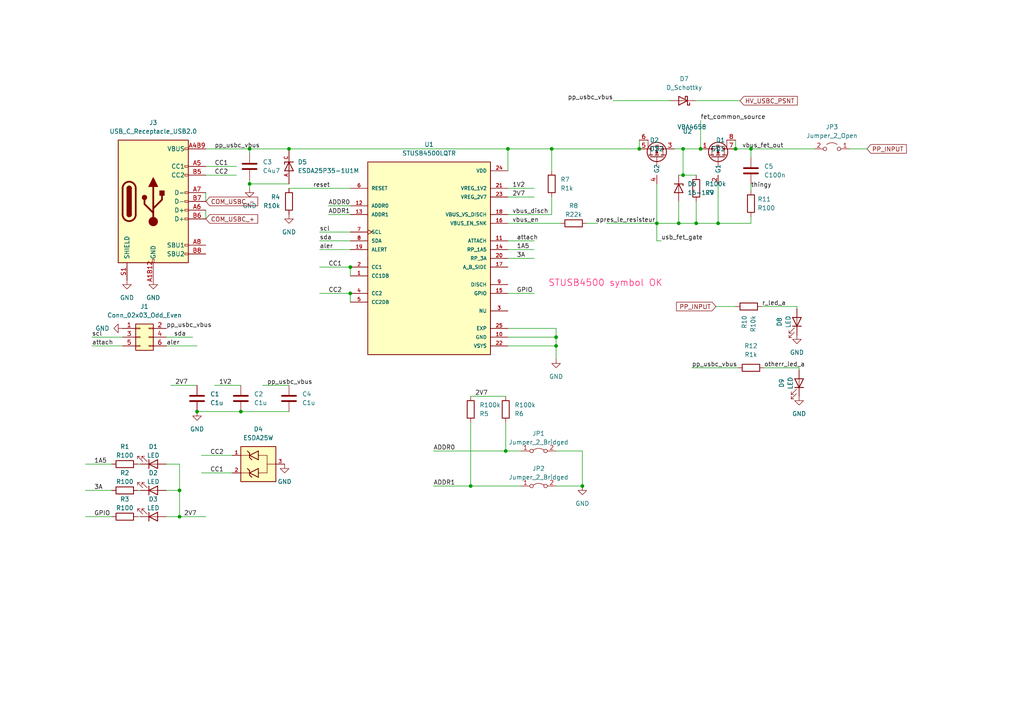
<source format=kicad_sch>
(kicad_sch (version 20231120) (generator "eeschema") (generator_version "8.0")
  (paper "A4")
  (title_block (date "2025-02-17") (rev "1") (comment 1 "Matthew Guo") (comment 2 "matthew@paisleymicro.com") (comment 3 "Matthew Guo") (comment 4 "matthew@paisleymicro.com") (comment 5 "Firefly-4") (comment 6 "PAISLEY-FC-4") (comment 7 "2025") (comment 8 "Firefly Automation Controller for RPi CM4"))
  (lib_symbols
    (symbol "Connector:Screw_Terminal_01x06" (pin_names (offset 1.016) hide)
      (property "Reference" "J" (at 0 7.62 0))
      (property "Value" "Screw_Terminal_01x06" (at 0 -10.16 0))
      (symbol "Screw_Terminal_01x06_1_1"
        (rectangle (start -1.27 6.35) (end 1.27 -8.89) (stroke (width 0.254)) (fill (type background)))
        (circle (center 0 -7.62) (radius 0.635) (stroke (width 0.1524)))
        (circle (center 0 -5.08) (radius 0.635) (stroke (width 0.1524)))
        (circle (center 0 -2.54) (radius 0.635) (stroke (width 0.1524)))
        (polyline (pts (xy -0.5334 -7.2898) (xy 0.3302 -8.128)) (stroke (width 0.1524)))
        (polyline (pts (xy -0.5334 -4.7498) (xy 0.3302 -5.588)) (stroke (width 0.1524)))
        (polyline (pts (xy -0.5334 -2.2098) (xy 0.3302 -3.048)) (stroke (width 0.1524)))
        (polyline (pts (xy -0.5334 0.3302) (xy 0.3302 -0.508)) (stroke (width 0.1524)))
        (polyline (pts (xy -0.5334 2.8702) (xy 0.3302 2.032)) (stroke (width 0.1524)))
        (polyline (pts (xy -0.5334 5.4102) (xy 0.3302 4.572)) (stroke (width 0.1524)))
        (polyline (pts (xy -0.3556 -7.112) (xy 0.508 -7.9502)) (stroke (width 0.1524)))
        (polyline (pts (xy -0.3556 -4.572) (xy 0.508 -5.4102)) (stroke (width 0.1524)))
        (polyline (pts (xy -0.3556 -2.032) (xy 0.508 -2.8702)) (stroke (width 0.1524)))
        (polyline (pts (xy -0.3556 0.508) (xy 0.508 -0.3302)) (stroke (width 0.1524)))
        (polyline (pts (xy -0.3556 3.048) (xy 0.508 2.2098)) (stroke (width 0.1524)))
        (polyline (pts (xy -0.3556 5.588) (xy 0.508 4.7498)) (stroke (width 0.1524)))
        (circle (center 0 0) (radius 0.635) (stroke (width 0.1524)))
        (circle (center 0 2.54) (radius 0.635) (stroke (width 0.1524)))
        (circle (center 0 5.08) (radius 0.635) (stroke (width 0.1524)))
        (pin passive line (at -5.08 5.08 0) (length 3.81) (name "Pin_1") (number "1"))
        (pin passive line (at -5.08 2.54 0) (length 3.81) (name "Pin_2") (number "2"))
        (pin passive line (at -5.08 0 0) (length 3.81) (name "Pin_3") (number "3"))
        (pin passive line (at -5.08 -2.54 0) (length 3.81) (name "Pin_4") (number "4"))
        (pin passive line (at -5.08 -5.08 0) (length 3.81) (name "Pin_5") (number "5"))
        (pin passive line (at -5.08 -7.62 0) (length 3.81) (name "Pin_6") (number "6"))
      )
    )
    (symbol "Connector:USB_C_Receptacle_USB2.0" (pin_names (offset 1.016))
      (property "Reference" "J6" (at 0 22.86 0))
      (property "Value" "USB_C_Receptacle_USB2.0" (at 0 20.32 0))
      (symbol "USB_C_Receptacle_USB2.0_0_0"
        (rectangle (start -0.254 -17.78) (end 0.254 -16.764))
        (rectangle (start 10.16 -14.986) (end 9.144 -15.494))
        (rectangle (start 10.16 -12.446) (end 9.144 -12.954))
        (rectangle (start 10.16 -4.826) (end 9.144 -5.334))
        (rectangle (start 10.16 -2.286) (end 9.144 -2.794))
        (rectangle (start 10.16 0.254) (end 9.144 -0.254))
        (rectangle (start 10.16 2.794) (end 9.144 2.286))
        (rectangle (start 10.16 7.874) (end 9.144 7.366))
        (rectangle (start 10.16 10.414) (end 9.144 9.906))
        (rectangle (start 10.16 15.494) (end 9.144 14.986))
      )
      (symbol "USB_C_Receptacle_USB2.0_0_1"
        (rectangle (start -10.16 17.78) (end 10.16 -17.78) (stroke (width 0.254)) (fill (type background)))
        (arc (start -8.89 -3.81) (mid -6.985 -5.7067) (end -5.08 -3.81) (stroke (width 0.508)))
        (arc (start -7.62 -3.81) (mid -6.985 -4.4423) (end -6.35 -3.81) (stroke (width 0.254)))
        (arc (start -7.62 -3.81) (mid -6.985 -4.4423) (end -6.35 -3.81) (stroke (width 0.254)) (fill (type outline)))
        (rectangle (start -7.62 -3.81) (end -6.35 3.81) (stroke (width 0.254)) (fill (type outline)))
        (arc (start -6.35 3.81) (mid -6.985 4.4423) (end -7.62 3.81) (stroke (width 0.254)))
        (arc (start -6.35 3.81) (mid -6.985 4.4423) (end -7.62 3.81) (stroke (width 0.254)) (fill (type outline)))
        (arc (start -5.08 3.81) (mid -6.985 5.7067) (end -8.89 3.81) (stroke (width 0.508)))
        (circle (center -2.54 1.143) (radius 0.635) (stroke (width 0.254)) (fill (type outline)))
        (circle (center 0 -5.842) (radius 1.27) (fill (type outline)))
        (polyline (pts (xy -8.89 -3.81) (xy -8.89 3.81)) (stroke (width 0.508)))
        (polyline (pts (xy -5.08 3.81) (xy -5.08 -3.81)) (stroke (width 0.508)))
        (polyline (pts (xy 0 -5.842) (xy 0 4.318)) (stroke (width 0.508)))
        (polyline (pts (xy 0 -3.302) (xy -2.54 -0.762) (xy -2.54 0.508)) (stroke (width 0.508)))
        (polyline (pts (xy 0 -2.032) (xy 2.54 0.508) (xy 2.54 1.778)) (stroke (width 0.508)))
        (polyline (pts (xy -1.27 4.318) (xy 0 6.858) (xy 1.27 4.318) (xy -1.27 4.318)) (stroke (width 0.254)) (fill (type outline)))
        (rectangle (start 1.905 1.778) (end 3.175 3.048) (stroke (width 0.254)) (fill (type outline)))
      )
      (symbol "USB_C_Receptacle_USB2.0_1_1"
        (pin passive line (at 0 -22.86 90) (length 5.08) hide (name "GND") (number "A12B1"))
        (pin passive line (at 0 -22.86 90) (length 5.08) (name "GND") (number "A1B12"))
        (pin passive line (at 15.24 15.24 180) (length 5.08) (name "VBUS") (number "A4B9"))
        (pin bidirectional line (at 15.24 10.16 180) (length 5.08) (name "CC1") (number "A5"))
        (pin bidirectional line (at 15.24 -2.54 180) (length 5.08) (name "D+") (number "A6"))
        (pin bidirectional line (at 15.24 2.54 180) (length 5.08) (name "D-") (number "A7"))
        (pin bidirectional line (at 15.24 -12.7 180) (length 5.08) (name "SBU1") (number "A8"))
        (pin passive line (at 15.24 15.24 180) (length 5.08) hide (name "VBUS") (number "A9B4"))
        (pin bidirectional line (at 15.24 7.62 180) (length 5.08) (name "CC2") (number "B5"))
        (pin bidirectional line (at 15.24 -5.08 180) (length 5.08) (name "D+") (number "B6"))
        (pin bidirectional line (at 15.24 0 180) (length 5.08) (name "D-") (number "B7"))
        (pin bidirectional line (at 15.24 -15.24 180) (length 5.08) (name "SBU2") (number "B8"))
        (pin passive line (at -7.62 -22.86 90) (length 5.08) (name "SHIELD") (number "S1"))
      )
    )
    (symbol "Connector_Generic:Conn_02x03_Odd_Even" (pin_names (offset 1.016) hide)
      (property "Reference" "J" (at 1.27 5.08 0))
      (property "Value" "Conn_02x03_Odd_Even" (at 1.27 -5.08 0))
      (symbol "Conn_02x03_Odd_Even_1_1"
        (rectangle (start -1.27 -2.413) (end 0 -2.667) (stroke (width 0.1524)))
        (rectangle (start -1.27 0.127) (end 0 -0.127) (stroke (width 0.1524)))
        (rectangle (start -1.27 2.667) (end 0 2.413) (stroke (width 0.1524)))
        (rectangle (start -1.27 3.81) (end 3.81 -3.81) (stroke (width 0.254)) (fill (type background)))
        (rectangle (start 3.81 -2.413) (end 2.54 -2.667) (stroke (width 0.1524)))
        (rectangle (start 3.81 0.127) (end 2.54 -0.127) (stroke (width 0.1524)))
        (rectangle (start 3.81 2.667) (end 2.54 2.413) (stroke (width 0.1524)))
        (pin passive line (at -5.08 2.54 0) (length 3.81) (name "Pin_1") (number "1"))
        (pin passive line (at 7.62 2.54 180) (length 3.81) (name "Pin_2") (number "2"))
        (pin passive line (at -5.08 0 0) (length 3.81) (name "Pin_3") (number "3"))
        (pin passive line (at 7.62 0 180) (length 3.81) (name "Pin_4") (number "4"))
        (pin passive line (at -5.08 -2.54 0) (length 3.81) (name "Pin_5") (number "5"))
        (pin passive line (at 7.62 -2.54 180) (length 3.81) (name "Pin_6") (number "6"))
      )
    )
    (symbol "Device:C" (pin_numbers hide) (pin_names (offset 0.254))
      (property "Reference" "C" (at 0.635 2.54 0))
      (property "Value" "C" (at 0.635 -2.54 0))
      (symbol "C_0_1"
        (polyline (pts (xy -2.032 -0.762) (xy 2.032 -0.762)) (stroke (width 0.508)))
        (polyline (pts (xy -2.032 0.762) (xy 2.032 0.762)) (stroke (width 0.508)))
      )
      (symbol "C_1_1"
        (pin passive line (at 0 3.81 270) (length 2.794) (name "~") (number "1"))
        (pin passive line (at 0 -3.81 90) (length 2.794) (name "~") (number "2"))
      )
    )
    (symbol "Device:D_Schottky" (pin_numbers hide) (pin_names (offset 1.016) hide)
      (property "Reference" "D" (at 0 2.54 0))
      (property "Value" "D_Schottky" (at 0 -2.54 0))
      (symbol "D_Schottky_0_1"
        (polyline (pts (xy 1.27 0) (xy -1.27 0)))
        (polyline (pts (xy 1.27 1.27) (xy 1.27 -1.27) (xy -1.27 0) (xy 1.27 1.27)) (stroke (width 0.254)))
        (polyline (pts (xy -1.905 0.635) (xy -1.905 1.27) (xy -1.27 1.27) (xy -1.27 -1.27) (xy -0.635 -1.27) (xy -0.635 -0.635)) (stroke (width 0.254)))
      )
      (symbol "D_Schottky_1_1"
        (pin passive line (at -3.81 0 0) (length 2.54) (name "K") (number "1"))
        (pin passive line (at 3.81 0 180) (length 2.54) (name "A") (number "2"))
      )
    )
    (symbol "Device:D_Zener" (pin_numbers hide) (pin_names (offset 1.016) hide)
      (property "Reference" "D" (at 0 2.54 0))
      (property "Value" "D_Zener" (at 0 -2.54 0))
      (symbol "D_Zener_0_1"
        (polyline (pts (xy 1.27 0) (xy -1.27 0)))
        (polyline (pts (xy -1.27 -1.27) (xy -1.27 1.27) (xy -0.762 1.27)) (stroke (width 0.254)))
        (polyline (pts (xy 1.27 -1.27) (xy 1.27 1.27) (xy -1.27 0) (xy 1.27 -1.27)) (stroke (width 0.254)))
      )
      (symbol "D_Zener_1_1"
        (pin passive line (at -3.81 0 0) (length 2.54) (name "K") (number "1"))
        (pin passive line (at 3.81 0 180) (length 2.54) (name "A") (number "2"))
      )
    )
    (symbol "Device:LED" (pin_numbers hide) (pin_names (offset 1.016) hide)
      (property "Reference" "D" (at 0 2.54 0))
      (property "Value" "LED" (at 0 -2.54 0))
      (symbol "LED_0_1"
        (polyline (pts (xy -1.27 -1.27) (xy -1.27 1.27)) (stroke (width 0.254)))
        (polyline (pts (xy -1.27 0) (xy 1.27 0)))
        (polyline (pts (xy 1.27 -1.27) (xy 1.27 1.27) (xy -1.27 0) (xy 1.27 -1.27)) (stroke (width 0.254)))
        (polyline (pts (xy -3.048 -0.762) (xy -4.572 -2.286) (xy -3.81 -2.286) (xy -4.572 -2.286) (xy -4.572 -1.524)))
        (polyline (pts (xy -1.778 -0.762) (xy -3.302 -2.286) (xy -2.54 -2.286) (xy -3.302 -2.286) (xy -3.302 -1.524)))
      )
      (symbol "LED_1_1"
        (pin passive line (at -3.81 0 0) (length 2.54) (name "K") (number "1"))
        (pin passive line (at 3.81 0 180) (length 2.54) (name "A") (number "2"))
      )
    )
    (symbol "Device:R" (pin_numbers hide) (pin_names (offset 0))
      (property "Reference" "R" (at 2.032 0 90))
      (property "Value" "R" (at 0 0 90))
      (symbol "R_0_1"
        (rectangle (start -1.016 -2.54) (end 1.016 2.54) (stroke (width 0.254)))
      )
      (symbol "R_1_1"
        (pin passive line (at 0 3.81 270) (length 1.27) (name "~") (number "1"))
        (pin passive line (at 0 -3.81 90) (length 1.27) (name "~") (number "2"))
      )
    )
    (symbol "Jumper:Jumper_2_Bridged" (pin_names (offset 0) hide)
      (property "Reference" "JP" (at 0 1.905 0))
      (property "Value" "Jumper_2_Bridged" (at 0 -2.54 0))
      (symbol "Jumper_2_Bridged_0_0"
        (circle (center -2.032 0) (radius 0.508))
        (circle (center 2.032 0) (radius 0.508))
      )
      (symbol "Jumper_2_Bridged_0_1"
        (arc (start 1.524 0.254) (mid 0 0.762) (end -1.524 0.254))
      )
      (symbol "Jumper_2_Bridged_1_1"
        (pin passive line (at -5.08 0 0) (length 2.54) (name "A") (number "1"))
        (pin passive line (at 5.08 0 180) (length 2.54) (name "B") (number "2"))
      )
    )
    (symbol "Jumper:Jumper_2_Open" (pin_names (offset 0) hide)
      (property "Reference" "JP" (at 0 2.794 0))
      (property "Value" "Jumper_2_Open" (at 0 -2.286 0))
      (symbol "Jumper_2_Open_0_0"
        (circle (center -2.032 0) (radius 0.508))
        (circle (center 2.032 0) (radius 0.508))
      )
      (symbol "Jumper_2_Open_0_1"
        (arc (start 1.524 1.27) (mid 0 1.778) (end -1.524 1.27))
      )
      (symbol "Jumper_2_Open_1_1"
        (pin passive line (at -5.08 0 0) (length 2.54) (name "A") (number "1"))
        (pin passive line (at 5.08 0 180) (length 2.54) (name "B") (number "2"))
      )
    )
    (symbol "aaafootprintlib:ESDA25P35-1U1M" (pin_names (offset 1.016))
      (property "Reference" "D" (at -5.0835 2.4159 0))
      (property "Value" "ESDA25P35-1U1M" (at -5.0854 -4.9611 0))
      (symbol "ESDA25P35-1U1M_0_0"
        (polyline (pts (xy -1.27 -1.27) (xy -1.27 0)) (stroke (width 0.254)))
        (polyline (pts (xy -1.27 0) (xy -1.27 1.27)) (stroke (width 0.254)))
        (polyline (pts (xy -1.27 0) (xy 1.27 -1.27)) (stroke (width 0.254)))
        (polyline (pts (xy -0.635 -1.27) (xy -1.27 -1.27)) (stroke (width 0.254)))
        (polyline (pts (xy 1.27 -1.27) (xy 1.27 1.27)) (stroke (width 0.254)))
        (polyline (pts (xy 1.27 1.27) (xy -1.27 0)) (stroke (width 0.254)))
        (pin passive line (at 5.08 0 180) (length 5.08) (name "~") (number "A"))
        (pin passive line (at -5.08 0 0) (length 5.08) (name "~") (number "C"))
      )
    )
    (symbol "aaafootprintlib:ESDA25W" (pin_names (offset 1.016))
      (property "Reference" "D" (at -5.08 6.35 0))
      (property "Value" "ESDA25W" (at -5.08 -6.35 0))
      (symbol "ESDA25W_0_0"
        (rectangle (start -5.08 -5.08) (end 5.08 5.08) (stroke (width 0.254)) (fill (type background)))
        (polyline (pts (xy -5.08 -2.54) (xy -2.54 -2.54)) (stroke (width 0.1524)))
        (polyline (pts (xy -5.08 2.54) (xy -2.54 2.54)) (stroke (width 0.1524)))
        (polyline (pts (xy -3.175 -1.27) (xy -2.54 -1.905)) (stroke (width 0.254)))
        (polyline (pts (xy -3.175 3.81) (xy -2.54 3.175)) (stroke (width 0.254)))
        (polyline (pts (xy -2.54 -3.175) (xy -1.905 -3.81)) (stroke (width 0.254)))
        (polyline (pts (xy -2.54 -2.54) (xy -2.54 -3.175)) (stroke (width 0.254)))
        (polyline (pts (xy -2.54 -2.54) (xy 0 -1.27)) (stroke (width 0.254)))
        (polyline (pts (xy -2.54 -1.905) (xy -2.54 -2.54)) (stroke (width 0.254)))
        (polyline (pts (xy -2.54 1.905) (xy -1.905 1.27)) (stroke (width 0.254)))
        (polyline (pts (xy -2.54 2.54) (xy -2.54 1.905)) (stroke (width 0.254)))
        (polyline (pts (xy -2.54 2.54) (xy 0 3.81)) (stroke (width 0.254)))
        (polyline (pts (xy -2.54 3.175) (xy -2.54 2.54)) (stroke (width 0.254)))
        (polyline (pts (xy 0 -3.81) (xy -2.54 -2.54)) (stroke (width 0.254)))
        (polyline (pts (xy 0 -2.54) (xy 0 -3.81)) (stroke (width 0.254)))
        (polyline (pts (xy 0 -1.27) (xy 0 -2.54)) (stroke (width 0.254)))
        (polyline (pts (xy 0 1.27) (xy -2.54 2.54)) (stroke (width 0.254)))
        (polyline (pts (xy 0 2.54) (xy 0 1.27)) (stroke (width 0.254)))
        (polyline (pts (xy 0 3.81) (xy 0 2.54)) (stroke (width 0.254)))
        (polyline (pts (xy 2.54 -2.54) (xy 0 -2.54)) (stroke (width 0.1524)))
        (polyline (pts (xy 2.54 -2.54) (xy 2.54 0)) (stroke (width 0.1524)))
        (polyline (pts (xy 2.54 0) (xy 2.54 2.54)) (stroke (width 0.1524)))
        (polyline (pts (xy 2.54 0) (xy 5.08 0)) (stroke (width 0.1524)))
        (polyline (pts (xy 2.54 2.54) (xy 0 2.54)) (stroke (width 0.1524)))
        (pin passive line (at -7.62 2.54 0) (length 2.54) (name "~") (number "1"))
        (pin passive line (at -7.62 -2.54 0) (length 2.54) (name "~") (number "2"))
        (pin passive line (at 7.62 0 180) (length 2.54) (name "~") (number "3"))
      )
    )
    (symbol "aaafootprintlib:STUSB4500LQTR" (pin_names (offset 1.016))
      (property "Reference" "U" (at -17.78 28.575 0))
      (property "Value" "STUSB4500LQTR" (at -17.78 -30.48 0))
      (symbol "STUSB4500LQTR_0_0"
        (rectangle (start -17.78 -27.94) (end 17.78 27.94) (stroke (width 0.254)) (fill (type background)))
        (pin bidirectional line (at -22.86 -5.08 0) (length 5.08) (name "CC1DB") (number "1"))
        (pin power_in line (at 22.86 -22.86 180) (length 5.08) (name "GND") (number "10"))
        (pin output line (at 22.86 5.08 180) (length 5.08) (name "ATTACH") (number "11"))
        (pin input line (at -22.86 15.24 0) (length 5.08) (name "ADDR0") (number "12"))
        (pin input line (at -22.86 12.7 0) (length 5.08) (name "ADDR1") (number "13"))
        (pin output line (at 22.86 2.54 180) (length 5.08) (name "RP_1A5") (number "14"))
        (pin bidirectional line (at 22.86 -10.16 180) (length 5.08) (name "GPIO") (number "15"))
        (pin output line (at 22.86 10.16 180) (length 5.08) (name "VBUS_EN_SNK") (number "16"))
        (pin output line (at 22.86 -2.54 180) (length 5.08) (name "A_B_SIDE") (number "17"))
        (pin input line (at 22.86 12.7 180) (length 5.08) (name "VBUS_VS_DISCH") (number "18"))
        (pin output line (at -22.86 2.54 0) (length 5.08) (name "ALERT") (number "19"))
        (pin bidirectional line (at -22.86 -2.54 0) (length 5.08) (name "CC1") (number "2"))
        (pin output line (at 22.86 0 180) (length 5.08) (name "RP_3A") (number "20"))
        (pin output line (at 22.86 20.32 180) (length 5.08) (name "VREG_1V2") (number "21"))
        (pin power_in line (at 22.86 -25.4 180) (length 5.08) (name "VSYS") (number "22"))
        (pin output line (at 22.86 17.78 180) (length 5.08) (name "VREG_2V7") (number "23"))
        (pin power_in line (at 22.86 25.4 180) (length 5.08) (name "VDD") (number "24"))
        (pin power_in line (at 22.86 -20.32 180) (length 5.08) (name "EXP") (number "25"))
        (pin passive line (at 22.86 -15.24 180) (length 5.08) (name "NU") (number "3"))
        (pin bidirectional line (at -22.86 -10.16 0) (length 5.08) (name "CC2") (number "4"))
        (pin bidirectional line (at -22.86 -12.7 0) (length 5.08) (name "CC2DB") (number "5"))
        (pin input line (at -22.86 20.32 0) (length 5.08) (name "RESET") (number "6"))
        (pin input clock (at -22.86 7.62 0) (length 5.08) (name "SCL") (number "7"))
        (pin bidirectional line (at -22.86 5.08 0) (length 5.08) (name "SDA") (number "8"))
        (pin bidirectional line (at 22.86 -7.62 180) (length 5.08) (name "DISCH") (number "9"))
      )
    )
    (symbol "aaafootprintlib:VBA4658"
      (property "Reference" "U" (at 0 10.16 0))
      (symbol "VBA4658_0_1"
        (circle (center -9.398 -6.35) (radius 0.254) (fill (type outline)))
        (circle (center -7.62 -7.239) (radius 2.794) (stroke (width 0.254)))
        (circle (center -5.842 -6.35) (radius 0.254) (fill (type outline)))
        (polyline (pts (xy -10.16 -6.35) (xy -9.398 -6.35)))
        (polyline (pts (xy -10.16 -3.81) (xy -10.16 -6.35)))
        (polyline (pts (xy -9.906 -8.128) (xy -8.89 -8.128)) (stroke (width 0.254)))
        (polyline (pts (xy -9.525 -8.636) (xy -5.715 -8.636)) (stroke (width 0.254)))
        (polyline (pts (xy -8.128 -8.128) (xy -7.112 -8.128)) (stroke (width 0.254)))
        (polyline (pts (xy -7.62 -8.636) (xy -7.62 -11.43)))
        (polyline (pts (xy -6.35 -8.128) (xy -5.334 -8.128)) (stroke (width 0.254)))
        (polyline (pts (xy 8.89 -8.128) (xy 7.874 -8.128)) (stroke (width 0.254)))
        (polyline (pts (xy 10.16 -8.636) (xy 10.16 -11.43)))
        (polyline (pts (xy 10.668 -8.128) (xy 9.652 -8.128)) (stroke (width 0.254)))
        (polyline (pts (xy 12.065 -8.636) (xy 8.255 -8.636)) (stroke (width 0.254)))
        (polyline (pts (xy 12.446 -8.128) (xy 11.43 -8.128)) (stroke (width 0.254)))
        (polyline (pts (xy 12.7 -6.35) (xy 11.938 -6.35)))
        (polyline (pts (xy 12.7 -3.81) (xy 12.7 -6.35)))
        (polyline (pts (xy -5.08 -6.35) (xy -7.62 -6.35) (xy -7.62 -8.128)))
        (polyline (pts (xy 7.62 -6.35) (xy 10.16 -6.35) (xy 10.16 -8.128)))
        (polyline (pts (xy -9.398 -8.128) (xy -9.398 -5.588) (xy -5.842 -5.588) (xy -5.842 -8.128)))
        (polyline (pts (xy -7.62 -6.604) (xy -8.001 -7.62) (xy -7.239 -7.62) (xy -7.62 -6.604)) (fill (type outline)))
        (polyline (pts (xy -7.239 -5.588) (xy -7.874 -5.969) (xy -7.874 -5.207) (xy -7.239 -5.588)))
        (polyline (pts (xy -7.112 -6.096) (xy -7.239 -5.969) (xy -7.239 -5.207) (xy -7.366 -5.08)))
        (polyline (pts (xy 9.652 -6.096) (xy 9.779 -5.969) (xy 9.779 -5.207) (xy 9.906 -5.08)))
        (polyline (pts (xy 9.779 -5.588) (xy 10.414 -5.969) (xy 10.414 -5.207) (xy 9.779 -5.588)))
        (polyline (pts (xy 10.16 -6.604) (xy 10.541 -7.62) (xy 9.779 -7.62) (xy 10.16 -6.604)) (fill (type outline)))
        (polyline (pts (xy 11.938 -8.128) (xy 11.938 -5.588) (xy 8.382 -5.588) (xy 8.382 -8.128)))
        (circle (center 8.382 -6.35) (radius 0.254) (fill (type outline)))
        (circle (center 10.16 -7.239) (radius 2.794) (stroke (width 0.254)))
        (circle (center 11.938 -6.35) (radius 0.254) (fill (type outline)))
      )
      (symbol "VBA4658_1_1"
        (pin passive line (at -2.54 -6.35 180) (length 2.54) (name "S1") (number "1"))
        (pin input line (at -7.62 -16.51 90) (length 2.54) (name "G1") (number "2"))
        (pin passive line (at 5.08 -6.35 0) (length 2.54) (name "S2") (number "3"))
        (pin input line (at 10.16 -16.51 90) (length 2.54) (name "G2") (number "4"))
        (pin passive line (at 15.24 -6.35 180) (length 2.54) (name "D2") (number "5"))
        (pin passive line (at 15.24 -3.81 180) (length 2.54) (name "D2") (number "6"))
        (pin passive line (at -12.7 -6.35 0) (length 2.54) (name "D1") (number "7"))
        (pin passive line (at -12.7 -3.81 0) (length 2.54) (name "D1") (number "8"))
      )
    )
    (symbol "power:GND" (power) (pin_names (offset 0))
      (property "Value" "GND" (at 0 -3.81 0))
      (symbol "GND_0_1"
        (polyline (pts (xy 0 0) (xy 0 -1.27) (xy 1.27 -1.27) (xy 0 -2.54) (xy -1.27 -1.27) (xy 0 -1.27)))
      )
      (symbol "GND_1_1"
        (pin power_in line (at 0 0 270) (length 0) hide (name "GND") (number "1"))
      )
    )
  )
  (junction (at 83.82 43.18))
  (junction (at 101.6 85.09))
  (junction (at 57.15 119.38))
  (junction (at 168.91 140.97))
  (junction (at 198.12 43.18))
  (junction (at 201.93 64.77))
  (junction (at 136.525 140.97))
  (junction (at 208.28 64.77))
  (junction (at 69.85 119.38))
  (junction (at 366.395 18.415))
  (junction (at 196.85 64.77))
  (junction (at 160.02 43.18))
  (junction (at 203.2 43.18))
  (junction (at 185.42 43.18))
  (junction (at 161.29 97.79))
  (junction (at 72.39 53.34))
  (junction (at 52.07 142.24))
  (junction (at 213.36 43.18))
  (junction (at 147.32 43.18))
  (junction (at 198.12 50.8))
  (junction (at 190.5 64.77))
  (junction (at 161.29 100.33))
  (junction (at 101.6 77.47))
  (junction (at 146.685 130.81))
  (junction (at 72.39 43.18))
  (junction (at 217.805 43.18))
  (junction (at 52.07 149.86))
  (junction (at 367.665 20.955))
  (wire (pts (xy 147.32 54.61) (xy 154.94 54.61)))
  (wire (pts (xy 92.71 85.09) (xy 101.6 85.09)))
  (wire (pts (xy 48.26 97.79) (xy 55.88 97.79)))
  (wire (pts (xy 185.42 40.64) (xy 185.42 43.18)))
  (wire (pts (xy 160.02 43.18) (xy 185.42 43.18)))
  (wire (pts (xy 125.73 130.81) (xy 146.685 130.81)))
  (wire (pts (xy 147.32 64.77) (xy 162.56 64.77)))
  (wire (pts (xy 201.93 64.77) (xy 208.28 64.77)))
  (wire (pts (xy 95.25 62.23) (xy 101.6 62.23)))
  (wire (pts (xy 40.005 134.62) (xy 40.64 134.62)))
  (wire (pts (xy 213.36 40.64) (xy 213.36 43.18)))
  (wire (pts (xy 200.66 106.68) (xy 213.995 106.68)))
  (wire (pts (xy 190.5 64.77) (xy 196.85 64.77)))
  (wire (pts (xy 195.58 43.18) (xy 198.12 43.18)))
  (wire (pts (xy 367.665 20.32) (xy 367.665 20.955)))
  (wire (pts (xy 147.32 49.53) (xy 147.32 43.18)))
  (wire (pts (xy 26.67 100.33) (xy 35.56 100.33)))
  (wire (pts (xy 52.07 134.62) (xy 48.26 134.62)))
  (wire (pts (xy 76.2 111.76) (xy 83.82 111.76)))
  (wire (pts (xy 196.85 64.77) (xy 201.93 64.77)))
  (wire (pts (xy 198.12 43.18) (xy 203.2 43.18)))
  (wire (pts (xy 72.39 54.61) (xy 72.39 53.34)))
  (wire (pts (xy 221.615 106.68) (xy 231.775 106.68)))
  (wire (pts (xy 72.39 43.18) (xy 72.39 44.45)))
  (wire (pts (xy 203.2 34.925) (xy 203.2 43.18)))
  (wire (pts (xy 146.685 130.81) (xy 151.13 130.81)))
  (wire (pts (xy 92.71 69.85) (xy 101.6 69.85)))
  (wire (pts (xy 147.32 74.93) (xy 154.94 74.93)))
  (wire (pts (xy 366.395 18.415) (xy 366.395 19.05)))
  (wire (pts (xy 83.82 43.18) (xy 147.32 43.18)))
  (wire (pts (xy 147.32 95.25) (xy 161.29 95.25)))
  (wire (pts (xy 125.73 140.97) (xy 136.525 140.97)))
  (wire (pts (xy 217.805 43.18) (xy 236.22 43.18)))
  (wire (pts (xy 59.69 48.26) (xy 68.58 48.26)))
  (wire (pts (xy 208.28 64.77) (xy 217.805 64.77)))
  (wire (pts (xy 101.6 85.09) (xy 101.6 87.63)))
  (wire (pts (xy 147.32 43.18) (xy 160.02 43.18)))
  (wire (pts (xy 136.525 114.935) (xy 146.685 114.935)))
  (wire (pts (xy 40.005 142.24) (xy 40.64 142.24)))
  (wire (pts (xy 147.32 69.85) (xy 154.94 69.85)))
  (wire (pts (xy 161.29 130.81) (xy 168.91 130.81)))
  (wire (pts (xy 59.69 50.8) (xy 68.58 50.8)))
  (wire (pts (xy 57.15 119.38) (xy 69.85 119.38)))
  (wire (pts (xy 147.32 72.39) (xy 154.94 72.39)))
  (wire (pts (xy 147.32 85.09) (xy 154.94 85.09)))
  (wire (pts (xy 69.85 119.38) (xy 83.82 119.38)))
  (wire (pts (xy 48.26 100.33) (xy 57.15 100.33)))
  (wire (pts (xy 58.42 137.16) (xy 67.31 137.16)))
  (wire (pts (xy 59.69 60.96) (xy 59.69 63.5)))
  (wire (pts (xy 175.895 64.77) (xy 190.5 64.77)))
  (wire (pts (xy 147.32 97.79) (xy 161.29 97.79)))
  (wire (pts (xy 217.805 62.865) (xy 217.805 64.77)))
  (wire (pts (xy 59.69 55.88) (xy 59.69 58.42)))
  (wire (pts (xy 198.12 50.8) (xy 198.12 43.18)))
  (wire (pts (xy 366.395 18.415) (xy 367.665 18.415)))
  (wire (pts (xy 136.525 140.97) (xy 151.13 140.97)))
  (wire (pts (xy 83.82 54.61) (xy 101.6 54.61)))
  (wire (pts (xy 52.07 134.62) (xy 52.07 142.24)))
  (wire (pts (xy 147.32 100.33) (xy 161.29 100.33)))
  (wire (pts (xy 62.23 111.76) (xy 69.85 111.76)))
  (wire (pts (xy 101.6 77.47) (xy 101.6 80.01)))
  (wire (pts (xy 59.69 43.18) (xy 72.39 43.18)))
  (wire (pts (xy 147.32 62.23) (xy 160.02 62.23)))
  (wire (pts (xy 160.02 62.23) (xy 160.02 57.15)))
  (wire (pts (xy 136.525 122.555) (xy 136.525 140.97)))
  (wire (pts (xy 217.805 53.34) (xy 217.805 55.245)))
  (wire (pts (xy 196.85 50.8) (xy 198.12 50.8)))
  (wire (pts (xy 196.85 58.42) (xy 196.85 64.77)))
  (wire (pts (xy 161.29 100.33) (xy 161.29 104.14)))
  (wire (pts (xy 231.14 88.9) (xy 231.14 89.535)))
  (wire (pts (xy 52.07 142.24) (xy 48.26 142.24)))
  (wire (pts (xy 213.36 43.18) (xy 217.805 43.18)))
  (wire (pts (xy 24.765 134.62) (xy 32.385 134.62)))
  (wire (pts (xy 161.29 97.79) (xy 161.29 100.33)))
  (wire (pts (xy 83.82 53.34) (xy 72.39 53.34)))
  (wire (pts (xy 168.91 130.81) (xy 168.91 140.97)))
  (wire (pts (xy 363.855 21.59) (xy 367.665 21.59)))
  (wire (pts (xy 212.09 43.18) (xy 213.36 43.18)))
  (wire (pts (xy 92.71 72.39) (xy 101.6 72.39)))
  (wire (pts (xy 52.07 149.86) (xy 59.69 149.86)))
  (wire (pts (xy 147.32 57.15) (xy 154.94 57.15)))
  (wire (pts (xy 146.685 122.555) (xy 146.685 130.81)))
  (wire (pts (xy 177.8 29.21) (xy 194.31 29.21)))
  (wire (pts (xy 366.395 31.115) (xy 367.665 31.115)))
  (wire (pts (xy 58.42 132.08) (xy 67.31 132.08)))
  (wire (pts (xy 92.71 67.31) (xy 101.6 67.31)))
  (wire (pts (xy 40.005 149.86) (xy 40.64 149.86)))
  (wire (pts (xy 231.775 106.68) (xy 231.775 107.315)))
  (wire (pts (xy 72.39 43.18) (xy 83.82 43.18)))
  (wire (pts (xy 161.29 95.25) (xy 161.29 97.79)))
  (wire (pts (xy 24.765 142.24) (xy 32.385 142.24)))
  (wire (pts (xy 190.5 53.34) (xy 190.5 64.77)))
  (wire (pts (xy 366.395 23.495) (xy 367.665 23.495)))
  (wire (pts (xy 201.93 29.21) (xy 214.63 29.21)))
  (wire (pts (xy 95.25 59.69) (xy 101.6 59.69)))
  (wire (pts (xy 52.07 149.86) (xy 48.26 149.86)))
  (wire (pts (xy 92.71 77.47) (xy 101.6 77.47)))
  (wire (pts (xy 201.93 58.42) (xy 201.93 64.77)))
  (wire (pts (xy 191.77 69.85) (xy 190.5 69.85)))
  (wire (pts (xy 190.5 69.85) (xy 190.5 64.77)))
  (wire (pts (xy 367.665 20.955) (xy 367.665 21.59)))
  (wire (pts (xy 49.53 111.76) (xy 57.15 111.76)))
  (wire (pts (xy 207.645 88.9) (xy 213.36 88.9)))
  (wire (pts (xy 170.18 64.77) (xy 173.355 64.77)))
  (wire (pts (xy 246.38 43.18) (xy 251.46 43.18)))
  (wire (pts (xy 366.395 17.78) (xy 366.395 18.415)))
  (wire (pts (xy 24.765 149.86) (xy 32.385 149.86)))
  (wire (pts (xy 208.28 53.34) (xy 208.28 64.77)))
  (wire (pts (xy 220.98 88.9) (xy 231.14 88.9)))
  (wire (pts (xy 72.39 53.34) (xy 72.39 52.07)))
  (wire (pts (xy 26.67 97.79) (xy 35.56 97.79)))
  (wire (pts (xy 168.91 140.97) (xy 161.29 140.97)))
  (wire (pts (xy 198.12 50.8) (xy 201.93 50.8)))
  (wire (pts (xy 217.805 43.18) (xy 217.805 45.72)))
  (wire (pts (xy 160.02 43.18) (xy 160.02 49.53)))
  (wire (pts (xy 52.07 142.24) (xy 52.07 149.86)))
  (rectangle (start 348.615 -7.62) (end 467.995 48.26))
  (text "STUSB4500 symbol OK" (at 159.004 83.312 0) (effects (font (size 1.905 1.905)) (justify left bottom)))
  (text "Terminal Block Input" (at 349.885 -3.81 0) (effects (font (size 1.27 1.27)) (justify left bottom)))
  (label "1V2" (at 63.5 111.76 0))
  (label "thingy" (at 217.805 54.61 0))
  (label "aler" (at 48.26 100.33 0))
  (label "pp_usbc_vbus" (at 62.23 43.18 0))
  (label "GPIO" (at 27.305 149.86 0))
  (label "r_led_a" (at 220.98 88.9 0))
  (label "3A" (at 27.305 142.24 0))
  (label "CC2" (at 95.25 85.09 0))
  (label "ADDR0" (at 95.25 59.69 0))
  (label "1A5" (at 149.86 72.39 0))
  (label "pp_usbc_vbus" (at 200.66 106.68 0))
  (label "usb_fet_gate" (at 191.77 69.85 0))
  (label "vbus_fet_out" (at 215.265 43.18 0))
  (label "sda" (at 53.975 97.79 180))
  (label "CC1" (at 95.25 77.47 0))
  (label "CC2" (at 60.96 132.08 0))
  (label "2V7" (at 137.795 114.935 0))
  (label "attach" (at 149.86 69.85 0))
  (label "aler" (at 92.71 72.39 0))
  (label "2V7" (at 50.8 111.76 0))
  (label "3A" (at 149.86 74.93 0))
  (label "CC1" (at 62.23 48.26 0))
  (label "otherr_led_a" (at 221.615 106.68 0))
  (label "CC1" (at 60.96 137.16 0))
  (label "GPIO" (at 149.86 85.09 0))
  (label "ADDR1" (at 125.73 140.97 0))
  (label "pp_usbc_vbus" (at 48.26 95.25 0))
  (label "CC2" (at 62.23 50.8 0))
  (label "1A5" (at 27.305 134.62 0))
  (label "2V7" (at 53.34 149.86 0))
  (label "scl" (at 26.67 97.79 0))
  (label "pp_usbc_vbus" (at 77.47 111.76 0))
  (label "ADDR0" (at 125.73 130.81 0))
  (label "vbus_disch" (at 148.59 62.23 0))
  (label "sda" (at 92.71 69.85 0))
  (label "vbus_en" (at 148.59 64.77 0))
  (label "ADDR1" (at 95.25 62.23 0))
  (label "fet_common_source" (at 203.2 34.925 0))
  (label "attach" (at 26.67 100.33 0))
  (label "2V7" (at 148.59 57.15 0))
  (label "apres_le_resisteur" (at 172.72 64.77 0))
  (label "scl" (at 92.71 67.31 0))
  (label "1V2" (at 148.59 54.61 0))
  (label "reset" (at 90.805 54.61 0))
  (label "pp_usbc_vbus" (at 177.8 29.21 180))
  (global_label "PP_INPUT" (shape input) (at 251.46 43.18 0) (property "Intersheetrefs" "${INTERSHEET_REFS}" (effects (hide yes))))
  (global_label "PP_5V_PI" (shape input) (at 367.665 26.035 180) (property "Intersheetrefs" "${INTERSHEET_REFS}" (effects (hide yes))))
  (global_label "PP_3V3_MAIN" (shape input) (at 367.665 28.575 180) (property "Intersheetrefs" "${INTERSHEET_REFS}" (effects (hide yes))))
  (global_label "COM_USBC_-" (shape input) (at 59.69 58.42 0) (property "Intersheetrefs" "${INTERSHEET_REFS}" (effects (hide yes))))
  (global_label "COM_USBC_+" (shape input) (at 59.69 63.5 0) (property "Intersheetrefs" "${INTERSHEET_REFS}" (effects (hide yes))))
  (global_label "PP_INPUT" (shape input) (at 207.645 88.9 180) (property "Intersheetrefs" "${INTERSHEET_REFS}" (effects (hide yes))))
  (global_label "PP_INPUT" (shape input) (at 366.395 19.05 180) (property "Intersheetrefs" "${INTERSHEET_REFS}" (effects (hide yes))))
  (global_label "HV_USBC_PSNT" (shape input) (at 214.63 29.21 0) (property "Intersheetrefs" "${INTERSHEET_REFS}" (effects (hide yes))))
  (symbol (lib_id "Device:C") (at 83.82 115.57 0) (unit 1)
    (property "Reference" "C4" (at 87.63 114.3 0) (effects (justify left)))
    (property "Value" "C1u" (at 87.63 116.84 0) (effects (justify left)))
    (property "Footprint" "Capacitor_SMD:C_0402_1005Metric" (effects (hide yes)))
    (property "LCSC" "C14445" (effects (hide yes)))
    (property "Cost" "0.0030" (effects (hide yes)))
    (property "Stock" "298800" (effects (hide yes)))
    (property "Supplier" "LCSC" (effects (hide yes)))
  )
  (symbol (lib_id "power:GND") (at 72.39 54.61 0) (unit 1)
    (property "Reference" "#PWR08" (effects (hide yes)))
    (property "Value" "GND" (at 72.39 59.69 0))
  )
  (symbol (lib_id "Device:C") (at 57.15 115.57 0) (unit 1)
    (property "Reference" "C1" (at 60.96 114.3 0) (effects (justify left)))
    (property "Value" "C1u" (at 60.96 116.84 0) (effects (justify left)))
    (property "Footprint" "Capacitor_SMD:C_0402_1005Metric" (effects (hide yes)))
    (property "LCSC" "C14445" (effects (hide yes)))
    (property "Cost" "0.0030" (effects (hide yes)))
    (property "Stock" "298800" (effects (hide yes)))
    (property "Supplier" "LCSC" (effects (hide yes)))
  )
  (symbol (lib_id "Device:R") (at 36.195 134.62 90) (unit 1)
    (property "Reference" "R1" (at 36.195 129.54 90))
    (property "Value" "R100" (at 36.195 132.08 90))
    (property "Footprint" "Resistor_SMD:R_0402_1005Metric" (effects (hide yes)))
    (property "LCSC" "C106233" (effects (hide yes)))
    (property "Stock" "1464300" (effects (hide yes)))
    (property "Cost" "0.0006" (effects (hide yes)))
    (property "Supplier" "LCSC" (effects (hide yes)))
  )
  (symbol (lib_id "Connector:Screw_Terminal_01x06") (at 372.745 23.495 0) (unit 1)
    (property "Reference" "J2" (at 375.285 23.495 0) (effects (justify left)))
    (property "Value" "Screw_Terminal_01x06" (at 375.285 26.035 0) (effects (justify left)))
    (property "Footprint" "aaafootprintlib:MX250-3.5-5P" (effects (hide yes)))
    (property "LCSC" "C7470120" (effects (hide yes)))
    (property "Cost" "0.2730" (effects (hide yes)))
    (property "Stock" "885" (effects (hide yes)))
    (property "Supplier" "LCSC" (effects (hide yes)))
  )
  (symbol (lib_id "Device:C") (at 217.805 49.53 0) (unit 1)
    (property "Reference" "C5" (at 221.615 48.26 0) (effects (justify left)))
    (property "Value" "C100n" (at 221.615 50.8 0) (effects (justify left)))
    (property "Footprint" "Capacitor_SMD:C_0402_1005Metric" (effects (hide yes)))
    (property "LCSC" "C162178" (effects (hide yes)))
    (property "Cost" "0.0100" (effects (hide yes)))
    (property "Stock" " 48750" (effects (hide yes)))
    (property "Supplier" "LCSC" (effects (hide yes)))
  )
  (symbol (lib_id "Connector_Generic:Conn_02x03_Odd_Even") (at 40.64 97.79 0) (unit 1)
    (property "Reference" "J1" (at 41.91 88.9 0))
    (property "Value" "Conn_02x03_Odd_Even" (at 41.91 91.44 0))
    (property "Footprint" "Connector_PinHeader_2.54mm:PinHeader_2x03_P2.54mm_Vertical" (effects (hide yes)))
    (property "Description" "Generic connector, double row, 02x03, odd/even pin numbering scheme (row 1 odd numbers, row 2 even numbers), script generated (kicad-library-utils/schlib/autogen/connector/)" (effects (hide yes)))
    (property "LCSC" "C780054" (effects (hide yes)))
    (property "Cost" "0.0845" (effects (hide yes)))
    (property "Stock" "17720" (effects (hide yes)))
    (property "Supplier" "LCSC" (effects (hide yes)))
  )
  (symbol (lib_id "power:GND") (at 366.395 31.115 270) (unit 1)
    (property "Reference" "#PWR04" (effects (hide yes)))
    (property "Value" "GND" (at 361.315 31.115 0))
  )
  (symbol (lib_id "Device:R") (at 166.37 64.77 90) (unit 1)
    (property "Reference" "R8" (at 166.37 59.69 90))
    (property "Value" "R22k" (at 166.37 62.23 90))
    (property "Footprint" "Resistor_SMD:R_0402_1005Metric" (effects (hide yes)))
    (property "LCSC" "C82868" (effects (hide yes)))
    (property "Stock" "106300" (effects (hide yes)))
    (property "Cost" "0.0007" (effects (hide yes)))
    (property "Supplier" "LCSC" (effects (hide yes)))
  )
  (symbol (lib_id "power:GND") (at 231.14 97.155 0) (unit 1)
    (property "Reference" "#PWR013" (effects (hide yes)))
    (property "Value" "GND" (at 231.14 102.235 0))
  )
  (symbol (lib_id "power:GND") (at 168.91 140.97 0) (unit 1)
    (property "Reference" "#PWR012" (effects (hide yes)))
    (property "Value" "GND" (at 168.91 146.05 0))
  )
  (symbol (lib_id "Device:R") (at 36.195 142.24 90) (unit 1)
    (property "Reference" "R2" (at 36.195 137.16 90))
    (property "Value" "R100" (at 36.195 139.7 90))
    (property "Footprint" "Resistor_SMD:R_0402_1005Metric" (effects (hide yes)))
    (property "LCSC" "C106233" (effects (hide yes)))
    (property "Stock" "1464300" (effects (hide yes)))
    (property "Cost" "0.0006" (effects (hide yes)))
    (property "Supplier" "LCSC" (effects (hide yes)))
  )
  (symbol (lib_id "Jumper:Jumper_2_Bridged") (at 156.21 130.81 0) (unit 1) (in_bom no)
    (property "Reference" "JP1" (at 156.21 125.73 0))
    (property "Value" "Jumper_2_Bridged" (at 156.21 128.27 0))
    (property "Footprint" "Jumper:SolderJumper-2_P1.3mm_Open_TrianglePad1.0x1.5mm" (effects (hide yes)))
  )
  (symbol (lib_id "Device:R") (at 160.02 53.34 180) (unit 1)
    (property "Reference" "R7" (at 162.56 52.07 0) (effects (justify right)))
    (property "Value" "R1k" (at 162.56 54.61 0) (effects (justify right)))
    (property "Footprint" "Resistor_SMD:R_0402_1005Metric" (effects (hide yes)))
    (property "LCSC" "C106235" (effects (hide yes)))
    (property "Stock" "923700" (effects (hide yes)))
    (property "Cost" "0.0007" (effects (hide yes)))
    (property "Supplier" "LCSC" (effects (hide yes)))
  )
  (symbol (lib_id "aaafootprintlib:VBA4658") (at 200.66 36.83 0) (mirror y) (unit 1)
    (property "Reference" "U2" (at 199.39 38.1 0))
    (property "Value" "VBA4658" (at 200.66 36.83 0))
    (property "Footprint" "Package_SO:SO-8_3.9x4.9mm_P1.27mm" (effects (hide yes)))
    (property "LCSC" "C416242" (effects (hide yes)))
    (property "Cost" "0.5171" (effects (hide yes)))
    (property "Stock" "767" (effects (hide yes)))
    (property "Supplier" "LCSC" (effects (hide yes)))
  )
  (symbol (lib_id "Jumper:Jumper_2_Bridged") (at 156.21 140.97 0) (unit 1) (in_bom no)
    (property "Reference" "JP2" (at 156.21 135.89 0))
    (property "Value" "Jumper_2_Bridged" (at 156.21 138.43 0))
    (property "Footprint" "Jumper:SolderJumper-2_P1.3mm_Open_TrianglePad1.0x1.5mm" (effects (hide yes)))
  )
  (symbol (lib_id "power:GND") (at 366.395 23.495 270) (unit 1)
    (property "Reference" "#PWR03" (effects (hide yes)))
    (property "Value" "GND" (at 361.315 23.495 0))
  )
  (symbol (lib_id "Device:LED") (at 44.45 149.86 0) (mirror x) (unit 1)
    (property "Reference" "D3" (at 44.45 144.78 0))
    (property "Value" "LED" (at 44.45 147.32 0))
    (property "Footprint" "LED_SMD:LED_0603_1608Metric" (effects (hide yes)))
    (property "LCSC" "C264473" (effects (hide yes)))
    (property "Cost" "0.0249" (effects (hide yes)))
    (property "Stock" "2860" (effects (hide yes)))
    (property "Supplier" "LCSC" (effects (hide yes)))
  )
  (symbol (lib_id "Device:C") (at 69.85 115.57 0) (unit 1)
    (property "Reference" "C2" (at 73.66 114.3 0) (effects (justify left)))
    (property "Value" "C1u" (at 73.66 116.84 0) (effects (justify left)))
    (property "Footprint" "Capacitor_SMD:C_0402_1005Metric" (effects (hide yes)))
    (property "LCSC" "C14445" (effects (hide yes)))
    (property "Cost" "0.0030" (effects (hide yes)))
    (property "Stock" "298800" (effects (hide yes)))
    (property "Supplier" "LCSC" (effects (hide yes)))
  )
  (symbol (lib_id "power:GND") (at 231.775 114.935 0) (unit 1)
    (property "Reference" "#PWR014" (effects (hide yes)))
    (property "Value" "GND" (at 231.775 120.015 0))
  )
  (symbol (lib_id "Device:R") (at 36.195 149.86 90) (unit 1)
    (property "Reference" "R3" (at 36.195 144.78 90))
    (property "Value" "R100" (at 36.195 147.32 90))
    (property "Footprint" "Resistor_SMD:R_0402_1005Metric" (effects (hide yes)))
    (property "LCSC" "C106233" (effects (hide yes)))
    (property "Stock" "1464300" (effects (hide yes)))
    (property "Cost" "0.0006" (effects (hide yes)))
    (property "Supplier" "LCSC" (effects (hide yes)))
  )
  (symbol (lib_id "power:GND") (at 83.82 62.23 0) (unit 1)
    (property "Reference" "#PWR010" (effects (hide yes)))
    (property "Value" "GND" (at 83.82 67.31 0))
  )
  (symbol (lib_id "aaafootprintlib:STUSB4500LQTR") (at 124.46 74.93 0) (unit 1)
    (property "Reference" "U1" (at 124.46 41.91 0))
    (property "Value" "STUSB4500LQTR" (at 124.46 44.45 0))
    (property "Footprint" "aaafootprintlib:QFN50P400X400X100-25N" (effects (hide yes)))
    (property "Datasheet" "https://datasheet.lcsc.com/lcsc/2106070703_STMicroelectronics-STUSB4500QTR_C2678061.pdf" (effects (hide yes)))
    (property "LCSC" "C2678061" (effects (hide yes)))
    (property "Stock" "387" (effects (hide yes)))
    (property "Cost" "1.8439" (effects (hide yes)))
    (property "Supplier" "LCSC" (effects (hide yes)))
  )
  (symbol (lib_id "Device:D_Zener") (at 196.85 54.61 270) (unit 1)
    (property "Reference" "D6" (at 199.39 53.34 90) (effects (justify left)))
    (property "Value" "16-17V" (at 199.39 55.88 90) (effects (justify left)))
    (property "Footprint" "Diode_SMD:D_SOD-123" (effects (hide yes)))
    (property "Datasheet" "https://datasheet.lcsc.com/lcsc/2304140030_Jiangsu-Changjing-Electronics-Technology-Co---Ltd--MMSZ5246B_C21544.pdf" (effects (hide yes)))
    (property "LCSC" "C21544" (effects (hide yes)))
    (property "Stock" "7100" (effects (hide yes)))
    (property "Cost" "0.0254" (effects (hide yes)))
    (property "Supplier" "LCSC" (effects (hide yes)))
  )
  (symbol (lib_id "Device:R") (at 136.525 118.745 0) (mirror x) (unit 1)
    (property "Reference" "R5" (at 139.065 120.015 0) (effects (justify left)))
    (property "Value" "R100k" (at 139.065 117.475 0) (effects (justify left)))
    (property "Footprint" "Resistor_SMD:R_0402_1005Metric" (effects (hide yes)))
    (property "LCSC" "C60491" (effects (hide yes)))
    (property "Stock" "2383000" (effects (hide yes)))
    (property "Cost" "0.0006" (effects (hide yes)))
    (property "Supplier" "LCSC" (effects (hide yes)))
  )
  (symbol (lib_id "aaafootprintlib:ESDA25P35-1U1M") (at 83.82 48.26 270) (unit 1)
    (property "Reference" "D5" (at 86.36 46.99 90) (effects (justify left)))
    (property "Value" "ESDA25P35-1U1M" (at 86.36 49.53 90) (effects (justify left)))
    (property "Footprint" "aaafootprintlib:TVS_ESDA25P35-1U1M" (effects (hide yes)))
    (property "LCSC" "C19829649" (effects (hide yes)))
    (property "Stock" "2990" (effects (hide yes)))
    (property "Cost" "0.0979" (effects (hide yes)))
    (property "Supplier" "LCSC" (effects (hide yes)))
  )
  (symbol (lib_id "Jumper:Jumper_2_Open") (at 241.3 43.18 0) (mirror y) (unit 1) (in_bom no)
    (property "Reference" "JP3" (at 241.3 36.83 0))
    (property "Value" "Jumper_2_Open" (at 241.3 39.37 0))
    (property "Footprint" "Jumper:SolderJumper-2_P1.3mm_Open_TrianglePad1.0x1.5mm" (effects (hide yes)))
  )
  (symbol (lib_id "Device:LED") (at 44.45 142.24 0) (mirror x) (unit 1)
    (property "Reference" "D2" (at 44.45 137.16 0))
    (property "Value" "LED" (at 44.45 139.7 0))
    (property "Footprint" "LED_SMD:LED_0603_1608Metric" (effects (hide yes)))
    (property "LCSC" "C264473" (effects (hide yes)))
    (property "Cost" "0.0249" (effects (hide yes)))
    (property "Stock" "2860" (effects (hide yes)))
    (property "Supplier" "LCSC" (effects (hide yes)))
  )
  (symbol (lib_id "Device:LED") (at 231.14 93.345 270) (mirror x) (unit 1)
    (property "Reference" "D8" (at 226.06 93.345 0))
    (property "Value" "LED" (at 228.6 93.345 0))
    (property "Footprint" "LED_SMD:LED_0603_1608Metric" (effects (hide yes)))
    (property "LCSC" "C264473" (effects (hide yes)))
    (property "Cost" "0.0249" (effects (hide yes)))
    (property "Stock" "2860" (effects (hide yes)))
    (property "Supplier" "LCSC" (effects (hide yes)))
  )
  (symbol (lib_id "Device:LED") (at 44.45 134.62 0) (mirror x) (unit 1)
    (property "Reference" "D1" (at 44.45 129.54 0))
    (property "Value" "LED" (at 44.45 132.08 0))
    (property "Footprint" "LED_SMD:LED_0603_1608Metric" (effects (hide yes)))
    (property "LCSC" "C264473" (effects (hide yes)))
    (property "Cost" "0.0249" (effects (hide yes)))
    (property "Stock" "2860" (effects (hide yes)))
    (property "Supplier" "LCSC" (effects (hide yes)))
  )
  (symbol (lib_id "Device:R") (at 201.93 54.61 0) (mirror x) (unit 1)
    (property "Reference" "R9" (at 204.47 55.88 0) (effects (justify left)))
    (property "Value" "R100k" (at 204.47 53.34 0) (effects (justify left)))
    (property "Footprint" "Resistor_SMD:R_0402_1005Metric" (effects (hide yes)))
    (property "LCSC" "C60491" (effects (hide yes)))
    (property "Stock" "2383000" (effects (hide yes)))
    (property "Cost" "0.0006" (effects (hide yes)))
    (property "Supplier" "LCSC" (effects (hide yes)))
  )
  (symbol (lib_id "Device:C") (at 72.39 48.26 0) (unit 1)
    (property "Reference" "C3" (at 76.2 46.99 0) (effects (justify left)))
    (property "Value" "C4u7" (at 76.2 49.53 0) (effects (justify left)))
    (property "Footprint" "Capacitor_SMD:C_0603_1608Metric" (effects (hide yes)))
    (property "LCSC" "C1705" (effects (hide yes)))
    (property "Cost" "0.0054" (effects (hide yes)))
    (property "Stock" "6378400" (effects (hide yes)))
    (property "Supplier" "LCSC" (effects (hide yes)))
  )
  (symbol (lib_id "power:GND") (at 363.855 21.59 270) (unit 1)
    (property "Reference" "#PWR01" (effects (hide yes)))
    (property "Value" "GND" (at 358.775 21.59 0))
  )
  (symbol (lib_id "power:GND") (at 44.45 81.28 0) (unit 1)
    (property "Reference" "#PWR06" (effects (hide yes)))
    (property "Value" "GND" (at 44.45 86.36 0))
  )
  (symbol (lib_id "Device:R") (at 83.82 58.42 0) (mirror y) (unit 1)
    (property "Reference" "R4" (at 81.28 57.15 0) (effects (justify left)))
    (property "Value" "R10k" (at 81.28 59.69 0) (effects (justify left)))
    (property "Footprint" "Resistor_SMD:R_0402_1005Metric" (effects (hide yes)))
    (property "LCSC" "C60490" (effects (hide yes)))
    (property "Cost" "0.0006" (effects (hide yes)))
    (property "Stock" "2519100" (effects (hide yes)))
    (property "Supplier" "LCSC" (effects (hide yes)))
  )
  (symbol (lib_id "Device:R") (at 217.17 88.9 90) (mirror x) (unit 1)
    (property "Reference" "R10" (at 215.9 91.44 0) (effects (justify left)))
    (property "Value" "R10k" (at 218.44 91.44 0) (effects (justify left)))
    (property "Footprint" "Resistor_SMD:R_0402_1005Metric" (effects (hide yes)))
    (property "LCSC" "C60490" (effects (hide yes)))
    (property "Cost" "0.0006" (effects (hide yes)))
    (property "Stock" "2519100" (effects (hide yes)))
    (property "Supplier" "LCSC" (effects (hide yes)))
  )
  (symbol (lib_id "power:GND") (at 35.56 95.25 270) (unit 1)
    (property "Reference" "#PWR02" (effects (hide yes)))
    (property "Value" "GND" (at 31.75 95.25 90) (effects (justify right)))
  )
  (symbol (lib_id "Device:R") (at 146.685 118.745 0) (mirror x) (unit 1)
    (property "Reference" "R6" (at 149.225 120.015 0) (effects (justify left)))
    (property "Value" "R100k" (at 149.225 117.475 0) (effects (justify left)))
    (property "Footprint" "Resistor_SMD:R_0402_1005Metric" (effects (hide yes)))
    (property "LCSC" "C60491" (effects (hide yes)))
    (property "Stock" "2383000" (effects (hide yes)))
    (property "Cost" "0.0006" (effects (hide yes)))
    (property "Supplier" "LCSC" (effects (hide yes)))
  )
  (symbol (lib_id "Device:LED") (at 231.775 111.125 270) (mirror x) (unit 1)
    (property "Reference" "D9" (at 226.695 111.125 0))
    (property "Value" "LED" (at 229.235 111.125 0))
    (property "Footprint" "LED_SMD:LED_0603_1608Metric" (effects (hide yes)))
    (property "LCSC" "C264473" (effects (hide yes)))
    (property "Cost" "0.0249" (effects (hide yes)))
    (property "Stock" "2860" (effects (hide yes)))
    (property "Supplier" "LCSC" (effects (hide yes)))
  )
  (symbol (lib_id "aaafootprintlib:ESDA25W") (at 74.93 134.62 0) (unit 1)
    (property "Reference" "D4" (at 74.93 124.46 0))
    (property "Value" "ESDA25W" (at 74.93 127 0))
    (property "Footprint" "aaafootprintlib:SOT65P210X110-3N" (effects (hide yes)))
    (property "Datasheet" "https://datasheet.lcsc.com/lcsc/2205251800_TECH-PUBLIC-ESDA25W_C3021136.pdf" (effects (hide yes)))
    (property "LCSC" "C3021136" (effects (hide yes)))
    (property "Stock" "1725" (effects (hide yes)))
    (property "Cost" "0.1092" (effects (hide yes)))
    (property "Supplier" "LCSC" (effects (hide yes)))
  )
  (symbol (lib_id "Device:R") (at 217.805 106.68 270) (unit 1)
    (property "Reference" "R12" (at 217.805 100.33 90))
    (property "Value" "R1k" (at 217.805 102.87 90))
    (property "Footprint" "Resistor_SMD:R_0402_1005Metric" (effects (hide yes)))
    (property "LCSC" "C106235" (effects (hide yes)))
    (property "Stock" "923700" (effects (hide yes)))
    (property "Cost" "0.0007" (effects (hide yes)))
    (property "Supplier" "LCSC" (effects (hide yes)))
  )
  (symbol (lib_id "power:GND") (at 57.15 119.38 0) (unit 1)
    (property "Reference" "#PWR07" (effects (hide yes)))
    (property "Value" "GND" (at 57.15 124.46 0))
  )
  (symbol (lib_id "Device:D_Schottky") (at 198.12 29.21 180) (unit 1)
    (property "Reference" "D7" (at 198.4375 22.86 0))
    (property "Value" "D_Schottky" (at 198.4375 25.4 0))
    (property "Footprint" "Diode_SMD:D_SOD-523" (effects (hide yes)))
    (property "LCSC" "C145179" (effects (hide yes)))
    (property "Cost" "0.0331" (effects (hide yes)))
    (property "Stock" "1221440" (effects (hide yes)))
    (property "Supplier" "LCSC" (effects (hide yes)))
  )
  (symbol (lib_id "power:GND") (at 82.55 134.62 0) (unit 1)
    (property "Reference" "#PWR09" (effects (hide yes)))
    (property "Value" "GND" (at 82.55 139.7 0))
  )
  (symbol (lib_id "Connector:USB_C_Receptacle_USB2.0") (at 44.45 58.42 0) (unit 1)
    (property "Reference" "J3" (at 44.45 35.56 0))
    (property "Value" "USB_C_Receptacle_USB2.0" (at 44.45 38.1 0))
    (property "Footprint" "aaafootprintlib:MC-110LD [USB-C]" (effects (hide yes)))
    (property "Datasheet" "https://www.usb.org/sites/default/files/documents/usb_type-c.zip" (effects (hide yes)))
    (property "LCSC" "C3151746" (effects (hide yes)))
    (property "Stock" "6580" (effects (hide yes)))
    (property "Cost" "0.2108" (effects (hide yes)))
    (property "Supplier" "LCSC " (effects (hide yes)))
  )
  (symbol (lib_id "power:GND") (at 36.83 81.28 0) (unit 1)
    (property "Reference" "#PWR05" (effects (hide yes)))
    (property "Value" "GND" (at 36.83 86.36 0))
  )
  (symbol (lib_id "power:GND") (at 161.29 104.14 0) (unit 1)
    (property "Reference" "#PWR011" (effects (hide yes)))
    (property "Value" "GND" (at 161.29 109.22 0))
  )
  (symbol (lib_id "Device:R") (at 217.805 59.055 180) (unit 1)
    (property "Reference" "R11" (at 219.71 57.785 0) (effects (justify right)))
    (property "Value" "R100" (at 219.71 60.325 0) (effects (justify right)))
    (property "Footprint" "Resistor_SMD:R_0402_1005Metric" (effects (hide yes)))
    (property "LCSC" "C106233" (effects (hide yes)))
    (property "Stock" "1464300" (effects (hide yes)))
    (property "Cost" "0.0006" (effects (hide yes)))
    (property "Supplier" "LCSC" (effects (hide yes)))
  )
)
</source>
